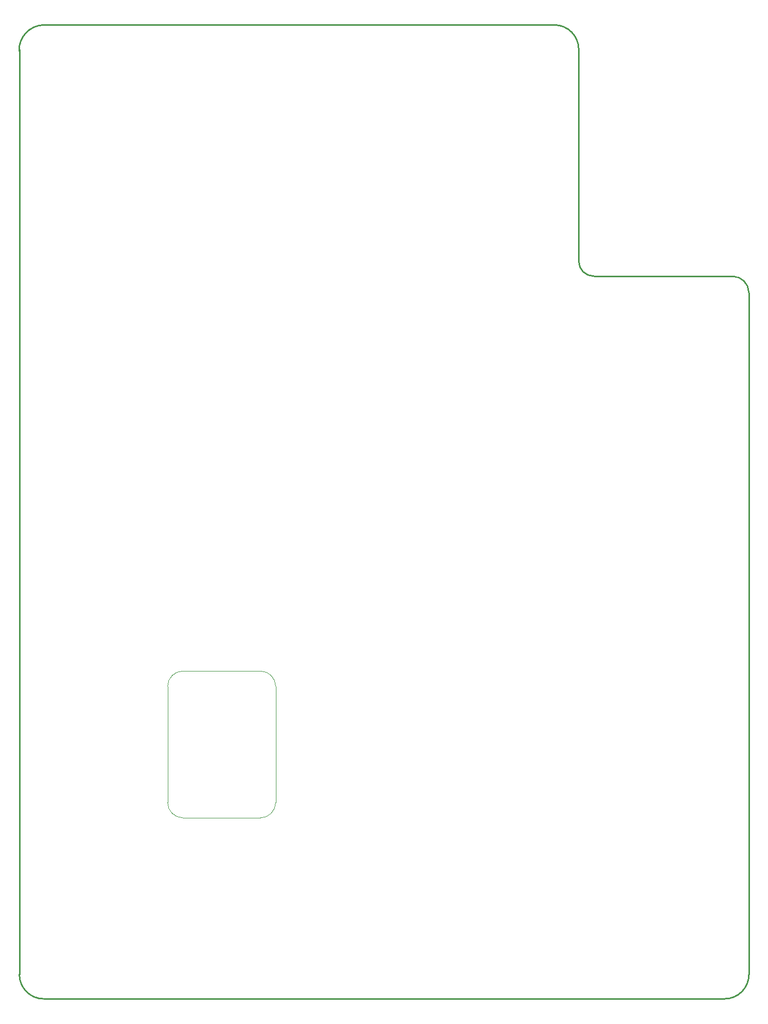
<source format=gko>
G04*
G04 #@! TF.GenerationSoftware,Altium Limited,Altium Designer,24.1.2 (44)*
G04*
G04 Layer_Color=16711935*
%FSLAX44Y44*%
%MOMM*%
G71*
G04*
G04 #@! TF.SameCoordinates,9E3D1DA3-FC52-4BB6-AAC9-55B28770B0AD*
G04*
G04*
G04 #@! TF.FilePolarity,Positive*
G04*
G01*
G75*
%ADD12C,0.2540*%
%ADD144C,0.0254*%
D12*
X40000Y1600000D02*
G03*
X-508Y1557528I982J-41490D01*
G01*
X920000Y1212076D02*
G03*
X944880Y1187196I24880J0D01*
G01*
X1200000Y1159914D02*
G03*
X1172718Y1187196I-27282J0D01*
G01*
X920000Y1560000D02*
G03*
X880000Y1600000I-40000J0D01*
G01*
X1160000Y0D02*
G03*
X1200000Y40000I0J40000D01*
G01*
X0D02*
G03*
X40000Y0I40000J0D01*
G01*
X40000Y1600000D02*
X879856Y1599946D01*
X-0Y40000D02*
Y1560000D01*
X944880Y1187196D02*
X1172718D01*
X919999Y1212076D02*
Y1560000D01*
X1200000Y40000D02*
Y1159914D01*
X40000Y-0D02*
X1160000D01*
D144*
X396240Y297307D02*
G03*
X421640Y322707I0J25400D01*
G01*
X243840D02*
G03*
X269240Y297307I25400J0D01*
G01*
Y538607D02*
G03*
X243840Y513207I0J-25400D01*
G01*
X421640D02*
G03*
X396240Y538607I-25400J0D01*
G01*
X269240Y297307D02*
X396240D01*
X243840Y322707D02*
Y513207D01*
X269240Y538607D02*
X396240D01*
X421640Y322707D02*
Y513207D01*
M02*

</source>
